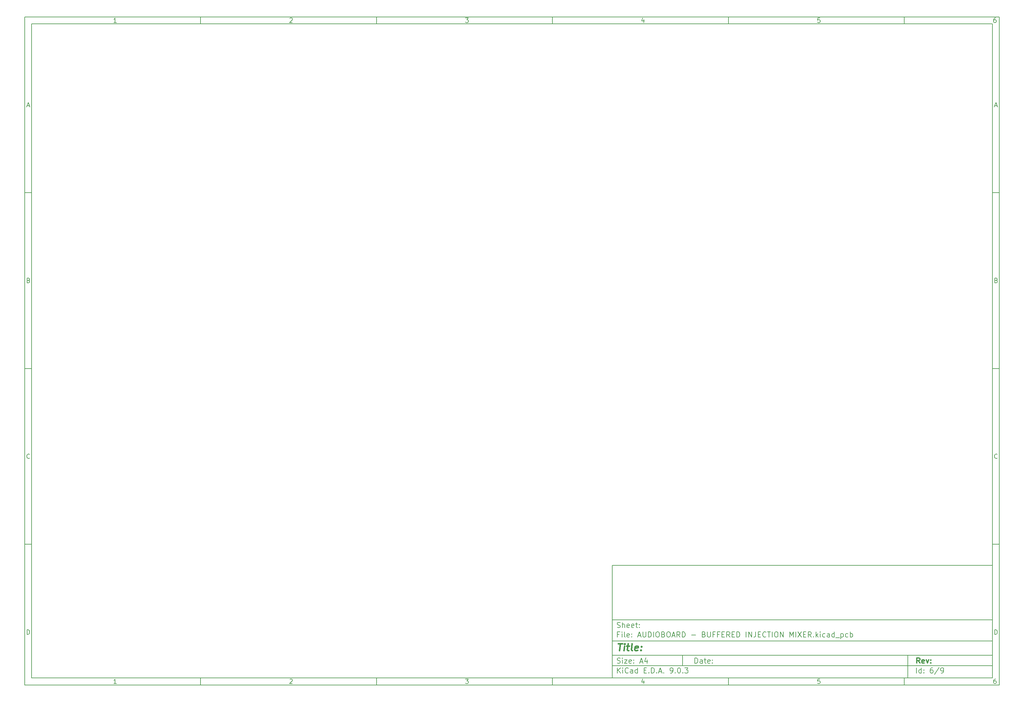
<source format=gbr>
%TF.GenerationSoftware,KiCad,Pcbnew,9.0.3*%
%TF.CreationDate,2025-09-10T01:15:20-07:00*%
%TF.ProjectId,AUDIOBOARD - BUFFERED INJECTION MIXER,41554449-4f42-44f4-9152-44202d204255,rev?*%
%TF.SameCoordinates,Original*%
%TF.FileFunction,Legend,Bot*%
%TF.FilePolarity,Positive*%
%FSLAX46Y46*%
G04 Gerber Fmt 4.6, Leading zero omitted, Abs format (unit mm)*
G04 Created by KiCad (PCBNEW 9.0.3) date 2025-09-10 01:15:20*
%MOMM*%
%LPD*%
G01*
G04 APERTURE LIST*
%ADD10C,0.100000*%
%ADD11C,0.150000*%
%ADD12C,0.300000*%
%ADD13C,0.400000*%
G04 APERTURE END LIST*
D10*
D11*
X177002200Y-166007200D02*
X285002200Y-166007200D01*
X285002200Y-198007200D01*
X177002200Y-198007200D01*
X177002200Y-166007200D01*
D10*
D11*
X10000000Y-10000000D02*
X287002200Y-10000000D01*
X287002200Y-200007200D01*
X10000000Y-200007200D01*
X10000000Y-10000000D01*
D10*
D11*
X12000000Y-12000000D02*
X285002200Y-12000000D01*
X285002200Y-198007200D01*
X12000000Y-198007200D01*
X12000000Y-12000000D01*
D10*
D11*
X60000000Y-12000000D02*
X60000000Y-10000000D01*
D10*
D11*
X110000000Y-12000000D02*
X110000000Y-10000000D01*
D10*
D11*
X160000000Y-12000000D02*
X160000000Y-10000000D01*
D10*
D11*
X210000000Y-12000000D02*
X210000000Y-10000000D01*
D10*
D11*
X260000000Y-12000000D02*
X260000000Y-10000000D01*
D10*
D11*
X36089160Y-11593604D02*
X35346303Y-11593604D01*
X35717731Y-11593604D02*
X35717731Y-10293604D01*
X35717731Y-10293604D02*
X35593922Y-10479319D01*
X35593922Y-10479319D02*
X35470112Y-10603128D01*
X35470112Y-10603128D02*
X35346303Y-10665033D01*
D10*
D11*
X85346303Y-10417414D02*
X85408207Y-10355509D01*
X85408207Y-10355509D02*
X85532017Y-10293604D01*
X85532017Y-10293604D02*
X85841541Y-10293604D01*
X85841541Y-10293604D02*
X85965350Y-10355509D01*
X85965350Y-10355509D02*
X86027255Y-10417414D01*
X86027255Y-10417414D02*
X86089160Y-10541223D01*
X86089160Y-10541223D02*
X86089160Y-10665033D01*
X86089160Y-10665033D02*
X86027255Y-10850747D01*
X86027255Y-10850747D02*
X85284398Y-11593604D01*
X85284398Y-11593604D02*
X86089160Y-11593604D01*
D10*
D11*
X135284398Y-10293604D02*
X136089160Y-10293604D01*
X136089160Y-10293604D02*
X135655826Y-10788842D01*
X135655826Y-10788842D02*
X135841541Y-10788842D01*
X135841541Y-10788842D02*
X135965350Y-10850747D01*
X135965350Y-10850747D02*
X136027255Y-10912652D01*
X136027255Y-10912652D02*
X136089160Y-11036461D01*
X136089160Y-11036461D02*
X136089160Y-11345985D01*
X136089160Y-11345985D02*
X136027255Y-11469795D01*
X136027255Y-11469795D02*
X135965350Y-11531700D01*
X135965350Y-11531700D02*
X135841541Y-11593604D01*
X135841541Y-11593604D02*
X135470112Y-11593604D01*
X135470112Y-11593604D02*
X135346303Y-11531700D01*
X135346303Y-11531700D02*
X135284398Y-11469795D01*
D10*
D11*
X185965350Y-10726938D02*
X185965350Y-11593604D01*
X185655826Y-10231700D02*
X185346303Y-11160271D01*
X185346303Y-11160271D02*
X186151064Y-11160271D01*
D10*
D11*
X236027255Y-10293604D02*
X235408207Y-10293604D01*
X235408207Y-10293604D02*
X235346303Y-10912652D01*
X235346303Y-10912652D02*
X235408207Y-10850747D01*
X235408207Y-10850747D02*
X235532017Y-10788842D01*
X235532017Y-10788842D02*
X235841541Y-10788842D01*
X235841541Y-10788842D02*
X235965350Y-10850747D01*
X235965350Y-10850747D02*
X236027255Y-10912652D01*
X236027255Y-10912652D02*
X236089160Y-11036461D01*
X236089160Y-11036461D02*
X236089160Y-11345985D01*
X236089160Y-11345985D02*
X236027255Y-11469795D01*
X236027255Y-11469795D02*
X235965350Y-11531700D01*
X235965350Y-11531700D02*
X235841541Y-11593604D01*
X235841541Y-11593604D02*
X235532017Y-11593604D01*
X235532017Y-11593604D02*
X235408207Y-11531700D01*
X235408207Y-11531700D02*
X235346303Y-11469795D01*
D10*
D11*
X285965350Y-10293604D02*
X285717731Y-10293604D01*
X285717731Y-10293604D02*
X285593922Y-10355509D01*
X285593922Y-10355509D02*
X285532017Y-10417414D01*
X285532017Y-10417414D02*
X285408207Y-10603128D01*
X285408207Y-10603128D02*
X285346303Y-10850747D01*
X285346303Y-10850747D02*
X285346303Y-11345985D01*
X285346303Y-11345985D02*
X285408207Y-11469795D01*
X285408207Y-11469795D02*
X285470112Y-11531700D01*
X285470112Y-11531700D02*
X285593922Y-11593604D01*
X285593922Y-11593604D02*
X285841541Y-11593604D01*
X285841541Y-11593604D02*
X285965350Y-11531700D01*
X285965350Y-11531700D02*
X286027255Y-11469795D01*
X286027255Y-11469795D02*
X286089160Y-11345985D01*
X286089160Y-11345985D02*
X286089160Y-11036461D01*
X286089160Y-11036461D02*
X286027255Y-10912652D01*
X286027255Y-10912652D02*
X285965350Y-10850747D01*
X285965350Y-10850747D02*
X285841541Y-10788842D01*
X285841541Y-10788842D02*
X285593922Y-10788842D01*
X285593922Y-10788842D02*
X285470112Y-10850747D01*
X285470112Y-10850747D02*
X285408207Y-10912652D01*
X285408207Y-10912652D02*
X285346303Y-11036461D01*
D10*
D11*
X60000000Y-198007200D02*
X60000000Y-200007200D01*
D10*
D11*
X110000000Y-198007200D02*
X110000000Y-200007200D01*
D10*
D11*
X160000000Y-198007200D02*
X160000000Y-200007200D01*
D10*
D11*
X210000000Y-198007200D02*
X210000000Y-200007200D01*
D10*
D11*
X260000000Y-198007200D02*
X260000000Y-200007200D01*
D10*
D11*
X36089160Y-199600804D02*
X35346303Y-199600804D01*
X35717731Y-199600804D02*
X35717731Y-198300804D01*
X35717731Y-198300804D02*
X35593922Y-198486519D01*
X35593922Y-198486519D02*
X35470112Y-198610328D01*
X35470112Y-198610328D02*
X35346303Y-198672233D01*
D10*
D11*
X85346303Y-198424614D02*
X85408207Y-198362709D01*
X85408207Y-198362709D02*
X85532017Y-198300804D01*
X85532017Y-198300804D02*
X85841541Y-198300804D01*
X85841541Y-198300804D02*
X85965350Y-198362709D01*
X85965350Y-198362709D02*
X86027255Y-198424614D01*
X86027255Y-198424614D02*
X86089160Y-198548423D01*
X86089160Y-198548423D02*
X86089160Y-198672233D01*
X86089160Y-198672233D02*
X86027255Y-198857947D01*
X86027255Y-198857947D02*
X85284398Y-199600804D01*
X85284398Y-199600804D02*
X86089160Y-199600804D01*
D10*
D11*
X135284398Y-198300804D02*
X136089160Y-198300804D01*
X136089160Y-198300804D02*
X135655826Y-198796042D01*
X135655826Y-198796042D02*
X135841541Y-198796042D01*
X135841541Y-198796042D02*
X135965350Y-198857947D01*
X135965350Y-198857947D02*
X136027255Y-198919852D01*
X136027255Y-198919852D02*
X136089160Y-199043661D01*
X136089160Y-199043661D02*
X136089160Y-199353185D01*
X136089160Y-199353185D02*
X136027255Y-199476995D01*
X136027255Y-199476995D02*
X135965350Y-199538900D01*
X135965350Y-199538900D02*
X135841541Y-199600804D01*
X135841541Y-199600804D02*
X135470112Y-199600804D01*
X135470112Y-199600804D02*
X135346303Y-199538900D01*
X135346303Y-199538900D02*
X135284398Y-199476995D01*
D10*
D11*
X185965350Y-198734138D02*
X185965350Y-199600804D01*
X185655826Y-198238900D02*
X185346303Y-199167471D01*
X185346303Y-199167471D02*
X186151064Y-199167471D01*
D10*
D11*
X236027255Y-198300804D02*
X235408207Y-198300804D01*
X235408207Y-198300804D02*
X235346303Y-198919852D01*
X235346303Y-198919852D02*
X235408207Y-198857947D01*
X235408207Y-198857947D02*
X235532017Y-198796042D01*
X235532017Y-198796042D02*
X235841541Y-198796042D01*
X235841541Y-198796042D02*
X235965350Y-198857947D01*
X235965350Y-198857947D02*
X236027255Y-198919852D01*
X236027255Y-198919852D02*
X236089160Y-199043661D01*
X236089160Y-199043661D02*
X236089160Y-199353185D01*
X236089160Y-199353185D02*
X236027255Y-199476995D01*
X236027255Y-199476995D02*
X235965350Y-199538900D01*
X235965350Y-199538900D02*
X235841541Y-199600804D01*
X235841541Y-199600804D02*
X235532017Y-199600804D01*
X235532017Y-199600804D02*
X235408207Y-199538900D01*
X235408207Y-199538900D02*
X235346303Y-199476995D01*
D10*
D11*
X285965350Y-198300804D02*
X285717731Y-198300804D01*
X285717731Y-198300804D02*
X285593922Y-198362709D01*
X285593922Y-198362709D02*
X285532017Y-198424614D01*
X285532017Y-198424614D02*
X285408207Y-198610328D01*
X285408207Y-198610328D02*
X285346303Y-198857947D01*
X285346303Y-198857947D02*
X285346303Y-199353185D01*
X285346303Y-199353185D02*
X285408207Y-199476995D01*
X285408207Y-199476995D02*
X285470112Y-199538900D01*
X285470112Y-199538900D02*
X285593922Y-199600804D01*
X285593922Y-199600804D02*
X285841541Y-199600804D01*
X285841541Y-199600804D02*
X285965350Y-199538900D01*
X285965350Y-199538900D02*
X286027255Y-199476995D01*
X286027255Y-199476995D02*
X286089160Y-199353185D01*
X286089160Y-199353185D02*
X286089160Y-199043661D01*
X286089160Y-199043661D02*
X286027255Y-198919852D01*
X286027255Y-198919852D02*
X285965350Y-198857947D01*
X285965350Y-198857947D02*
X285841541Y-198796042D01*
X285841541Y-198796042D02*
X285593922Y-198796042D01*
X285593922Y-198796042D02*
X285470112Y-198857947D01*
X285470112Y-198857947D02*
X285408207Y-198919852D01*
X285408207Y-198919852D02*
X285346303Y-199043661D01*
D10*
D11*
X10000000Y-60000000D02*
X12000000Y-60000000D01*
D10*
D11*
X10000000Y-110000000D02*
X12000000Y-110000000D01*
D10*
D11*
X10000000Y-160000000D02*
X12000000Y-160000000D01*
D10*
D11*
X10690476Y-35222176D02*
X11309523Y-35222176D01*
X10566666Y-35593604D02*
X10999999Y-34293604D01*
X10999999Y-34293604D02*
X11433333Y-35593604D01*
D10*
D11*
X11092857Y-84912652D02*
X11278571Y-84974557D01*
X11278571Y-84974557D02*
X11340476Y-85036461D01*
X11340476Y-85036461D02*
X11402380Y-85160271D01*
X11402380Y-85160271D02*
X11402380Y-85345985D01*
X11402380Y-85345985D02*
X11340476Y-85469795D01*
X11340476Y-85469795D02*
X11278571Y-85531700D01*
X11278571Y-85531700D02*
X11154761Y-85593604D01*
X11154761Y-85593604D02*
X10659523Y-85593604D01*
X10659523Y-85593604D02*
X10659523Y-84293604D01*
X10659523Y-84293604D02*
X11092857Y-84293604D01*
X11092857Y-84293604D02*
X11216666Y-84355509D01*
X11216666Y-84355509D02*
X11278571Y-84417414D01*
X11278571Y-84417414D02*
X11340476Y-84541223D01*
X11340476Y-84541223D02*
X11340476Y-84665033D01*
X11340476Y-84665033D02*
X11278571Y-84788842D01*
X11278571Y-84788842D02*
X11216666Y-84850747D01*
X11216666Y-84850747D02*
X11092857Y-84912652D01*
X11092857Y-84912652D02*
X10659523Y-84912652D01*
D10*
D11*
X11402380Y-135469795D02*
X11340476Y-135531700D01*
X11340476Y-135531700D02*
X11154761Y-135593604D01*
X11154761Y-135593604D02*
X11030952Y-135593604D01*
X11030952Y-135593604D02*
X10845238Y-135531700D01*
X10845238Y-135531700D02*
X10721428Y-135407890D01*
X10721428Y-135407890D02*
X10659523Y-135284080D01*
X10659523Y-135284080D02*
X10597619Y-135036461D01*
X10597619Y-135036461D02*
X10597619Y-134850747D01*
X10597619Y-134850747D02*
X10659523Y-134603128D01*
X10659523Y-134603128D02*
X10721428Y-134479319D01*
X10721428Y-134479319D02*
X10845238Y-134355509D01*
X10845238Y-134355509D02*
X11030952Y-134293604D01*
X11030952Y-134293604D02*
X11154761Y-134293604D01*
X11154761Y-134293604D02*
X11340476Y-134355509D01*
X11340476Y-134355509D02*
X11402380Y-134417414D01*
D10*
D11*
X10659523Y-185593604D02*
X10659523Y-184293604D01*
X10659523Y-184293604D02*
X10969047Y-184293604D01*
X10969047Y-184293604D02*
X11154761Y-184355509D01*
X11154761Y-184355509D02*
X11278571Y-184479319D01*
X11278571Y-184479319D02*
X11340476Y-184603128D01*
X11340476Y-184603128D02*
X11402380Y-184850747D01*
X11402380Y-184850747D02*
X11402380Y-185036461D01*
X11402380Y-185036461D02*
X11340476Y-185284080D01*
X11340476Y-185284080D02*
X11278571Y-185407890D01*
X11278571Y-185407890D02*
X11154761Y-185531700D01*
X11154761Y-185531700D02*
X10969047Y-185593604D01*
X10969047Y-185593604D02*
X10659523Y-185593604D01*
D10*
D11*
X287002200Y-60000000D02*
X285002200Y-60000000D01*
D10*
D11*
X287002200Y-110000000D02*
X285002200Y-110000000D01*
D10*
D11*
X287002200Y-160000000D02*
X285002200Y-160000000D01*
D10*
D11*
X285692676Y-35222176D02*
X286311723Y-35222176D01*
X285568866Y-35593604D02*
X286002199Y-34293604D01*
X286002199Y-34293604D02*
X286435533Y-35593604D01*
D10*
D11*
X286095057Y-84912652D02*
X286280771Y-84974557D01*
X286280771Y-84974557D02*
X286342676Y-85036461D01*
X286342676Y-85036461D02*
X286404580Y-85160271D01*
X286404580Y-85160271D02*
X286404580Y-85345985D01*
X286404580Y-85345985D02*
X286342676Y-85469795D01*
X286342676Y-85469795D02*
X286280771Y-85531700D01*
X286280771Y-85531700D02*
X286156961Y-85593604D01*
X286156961Y-85593604D02*
X285661723Y-85593604D01*
X285661723Y-85593604D02*
X285661723Y-84293604D01*
X285661723Y-84293604D02*
X286095057Y-84293604D01*
X286095057Y-84293604D02*
X286218866Y-84355509D01*
X286218866Y-84355509D02*
X286280771Y-84417414D01*
X286280771Y-84417414D02*
X286342676Y-84541223D01*
X286342676Y-84541223D02*
X286342676Y-84665033D01*
X286342676Y-84665033D02*
X286280771Y-84788842D01*
X286280771Y-84788842D02*
X286218866Y-84850747D01*
X286218866Y-84850747D02*
X286095057Y-84912652D01*
X286095057Y-84912652D02*
X285661723Y-84912652D01*
D10*
D11*
X286404580Y-135469795D02*
X286342676Y-135531700D01*
X286342676Y-135531700D02*
X286156961Y-135593604D01*
X286156961Y-135593604D02*
X286033152Y-135593604D01*
X286033152Y-135593604D02*
X285847438Y-135531700D01*
X285847438Y-135531700D02*
X285723628Y-135407890D01*
X285723628Y-135407890D02*
X285661723Y-135284080D01*
X285661723Y-135284080D02*
X285599819Y-135036461D01*
X285599819Y-135036461D02*
X285599819Y-134850747D01*
X285599819Y-134850747D02*
X285661723Y-134603128D01*
X285661723Y-134603128D02*
X285723628Y-134479319D01*
X285723628Y-134479319D02*
X285847438Y-134355509D01*
X285847438Y-134355509D02*
X286033152Y-134293604D01*
X286033152Y-134293604D02*
X286156961Y-134293604D01*
X286156961Y-134293604D02*
X286342676Y-134355509D01*
X286342676Y-134355509D02*
X286404580Y-134417414D01*
D10*
D11*
X285661723Y-185593604D02*
X285661723Y-184293604D01*
X285661723Y-184293604D02*
X285971247Y-184293604D01*
X285971247Y-184293604D02*
X286156961Y-184355509D01*
X286156961Y-184355509D02*
X286280771Y-184479319D01*
X286280771Y-184479319D02*
X286342676Y-184603128D01*
X286342676Y-184603128D02*
X286404580Y-184850747D01*
X286404580Y-184850747D02*
X286404580Y-185036461D01*
X286404580Y-185036461D02*
X286342676Y-185284080D01*
X286342676Y-185284080D02*
X286280771Y-185407890D01*
X286280771Y-185407890D02*
X286156961Y-185531700D01*
X286156961Y-185531700D02*
X285971247Y-185593604D01*
X285971247Y-185593604D02*
X285661723Y-185593604D01*
D10*
D11*
X200458026Y-193793328D02*
X200458026Y-192293328D01*
X200458026Y-192293328D02*
X200815169Y-192293328D01*
X200815169Y-192293328D02*
X201029455Y-192364757D01*
X201029455Y-192364757D02*
X201172312Y-192507614D01*
X201172312Y-192507614D02*
X201243741Y-192650471D01*
X201243741Y-192650471D02*
X201315169Y-192936185D01*
X201315169Y-192936185D02*
X201315169Y-193150471D01*
X201315169Y-193150471D02*
X201243741Y-193436185D01*
X201243741Y-193436185D02*
X201172312Y-193579042D01*
X201172312Y-193579042D02*
X201029455Y-193721900D01*
X201029455Y-193721900D02*
X200815169Y-193793328D01*
X200815169Y-193793328D02*
X200458026Y-193793328D01*
X202600884Y-193793328D02*
X202600884Y-193007614D01*
X202600884Y-193007614D02*
X202529455Y-192864757D01*
X202529455Y-192864757D02*
X202386598Y-192793328D01*
X202386598Y-192793328D02*
X202100884Y-192793328D01*
X202100884Y-192793328D02*
X201958026Y-192864757D01*
X202600884Y-193721900D02*
X202458026Y-193793328D01*
X202458026Y-193793328D02*
X202100884Y-193793328D01*
X202100884Y-193793328D02*
X201958026Y-193721900D01*
X201958026Y-193721900D02*
X201886598Y-193579042D01*
X201886598Y-193579042D02*
X201886598Y-193436185D01*
X201886598Y-193436185D02*
X201958026Y-193293328D01*
X201958026Y-193293328D02*
X202100884Y-193221900D01*
X202100884Y-193221900D02*
X202458026Y-193221900D01*
X202458026Y-193221900D02*
X202600884Y-193150471D01*
X203100884Y-192793328D02*
X203672312Y-192793328D01*
X203315169Y-192293328D02*
X203315169Y-193579042D01*
X203315169Y-193579042D02*
X203386598Y-193721900D01*
X203386598Y-193721900D02*
X203529455Y-193793328D01*
X203529455Y-193793328D02*
X203672312Y-193793328D01*
X204743741Y-193721900D02*
X204600884Y-193793328D01*
X204600884Y-193793328D02*
X204315170Y-193793328D01*
X204315170Y-193793328D02*
X204172312Y-193721900D01*
X204172312Y-193721900D02*
X204100884Y-193579042D01*
X204100884Y-193579042D02*
X204100884Y-193007614D01*
X204100884Y-193007614D02*
X204172312Y-192864757D01*
X204172312Y-192864757D02*
X204315170Y-192793328D01*
X204315170Y-192793328D02*
X204600884Y-192793328D01*
X204600884Y-192793328D02*
X204743741Y-192864757D01*
X204743741Y-192864757D02*
X204815170Y-193007614D01*
X204815170Y-193007614D02*
X204815170Y-193150471D01*
X204815170Y-193150471D02*
X204100884Y-193293328D01*
X205458026Y-193650471D02*
X205529455Y-193721900D01*
X205529455Y-193721900D02*
X205458026Y-193793328D01*
X205458026Y-193793328D02*
X205386598Y-193721900D01*
X205386598Y-193721900D02*
X205458026Y-193650471D01*
X205458026Y-193650471D02*
X205458026Y-193793328D01*
X205458026Y-192864757D02*
X205529455Y-192936185D01*
X205529455Y-192936185D02*
X205458026Y-193007614D01*
X205458026Y-193007614D02*
X205386598Y-192936185D01*
X205386598Y-192936185D02*
X205458026Y-192864757D01*
X205458026Y-192864757D02*
X205458026Y-193007614D01*
D10*
D11*
X177002200Y-194507200D02*
X285002200Y-194507200D01*
D10*
D11*
X178458026Y-196593328D02*
X178458026Y-195093328D01*
X179315169Y-196593328D02*
X178672312Y-195736185D01*
X179315169Y-195093328D02*
X178458026Y-195950471D01*
X179958026Y-196593328D02*
X179958026Y-195593328D01*
X179958026Y-195093328D02*
X179886598Y-195164757D01*
X179886598Y-195164757D02*
X179958026Y-195236185D01*
X179958026Y-195236185D02*
X180029455Y-195164757D01*
X180029455Y-195164757D02*
X179958026Y-195093328D01*
X179958026Y-195093328D02*
X179958026Y-195236185D01*
X181529455Y-196450471D02*
X181458027Y-196521900D01*
X181458027Y-196521900D02*
X181243741Y-196593328D01*
X181243741Y-196593328D02*
X181100884Y-196593328D01*
X181100884Y-196593328D02*
X180886598Y-196521900D01*
X180886598Y-196521900D02*
X180743741Y-196379042D01*
X180743741Y-196379042D02*
X180672312Y-196236185D01*
X180672312Y-196236185D02*
X180600884Y-195950471D01*
X180600884Y-195950471D02*
X180600884Y-195736185D01*
X180600884Y-195736185D02*
X180672312Y-195450471D01*
X180672312Y-195450471D02*
X180743741Y-195307614D01*
X180743741Y-195307614D02*
X180886598Y-195164757D01*
X180886598Y-195164757D02*
X181100884Y-195093328D01*
X181100884Y-195093328D02*
X181243741Y-195093328D01*
X181243741Y-195093328D02*
X181458027Y-195164757D01*
X181458027Y-195164757D02*
X181529455Y-195236185D01*
X182815170Y-196593328D02*
X182815170Y-195807614D01*
X182815170Y-195807614D02*
X182743741Y-195664757D01*
X182743741Y-195664757D02*
X182600884Y-195593328D01*
X182600884Y-195593328D02*
X182315170Y-195593328D01*
X182315170Y-195593328D02*
X182172312Y-195664757D01*
X182815170Y-196521900D02*
X182672312Y-196593328D01*
X182672312Y-196593328D02*
X182315170Y-196593328D01*
X182315170Y-196593328D02*
X182172312Y-196521900D01*
X182172312Y-196521900D02*
X182100884Y-196379042D01*
X182100884Y-196379042D02*
X182100884Y-196236185D01*
X182100884Y-196236185D02*
X182172312Y-196093328D01*
X182172312Y-196093328D02*
X182315170Y-196021900D01*
X182315170Y-196021900D02*
X182672312Y-196021900D01*
X182672312Y-196021900D02*
X182815170Y-195950471D01*
X184172313Y-196593328D02*
X184172313Y-195093328D01*
X184172313Y-196521900D02*
X184029455Y-196593328D01*
X184029455Y-196593328D02*
X183743741Y-196593328D01*
X183743741Y-196593328D02*
X183600884Y-196521900D01*
X183600884Y-196521900D02*
X183529455Y-196450471D01*
X183529455Y-196450471D02*
X183458027Y-196307614D01*
X183458027Y-196307614D02*
X183458027Y-195879042D01*
X183458027Y-195879042D02*
X183529455Y-195736185D01*
X183529455Y-195736185D02*
X183600884Y-195664757D01*
X183600884Y-195664757D02*
X183743741Y-195593328D01*
X183743741Y-195593328D02*
X184029455Y-195593328D01*
X184029455Y-195593328D02*
X184172313Y-195664757D01*
X186029455Y-195807614D02*
X186529455Y-195807614D01*
X186743741Y-196593328D02*
X186029455Y-196593328D01*
X186029455Y-196593328D02*
X186029455Y-195093328D01*
X186029455Y-195093328D02*
X186743741Y-195093328D01*
X187386598Y-196450471D02*
X187458027Y-196521900D01*
X187458027Y-196521900D02*
X187386598Y-196593328D01*
X187386598Y-196593328D02*
X187315170Y-196521900D01*
X187315170Y-196521900D02*
X187386598Y-196450471D01*
X187386598Y-196450471D02*
X187386598Y-196593328D01*
X188100884Y-196593328D02*
X188100884Y-195093328D01*
X188100884Y-195093328D02*
X188458027Y-195093328D01*
X188458027Y-195093328D02*
X188672313Y-195164757D01*
X188672313Y-195164757D02*
X188815170Y-195307614D01*
X188815170Y-195307614D02*
X188886599Y-195450471D01*
X188886599Y-195450471D02*
X188958027Y-195736185D01*
X188958027Y-195736185D02*
X188958027Y-195950471D01*
X188958027Y-195950471D02*
X188886599Y-196236185D01*
X188886599Y-196236185D02*
X188815170Y-196379042D01*
X188815170Y-196379042D02*
X188672313Y-196521900D01*
X188672313Y-196521900D02*
X188458027Y-196593328D01*
X188458027Y-196593328D02*
X188100884Y-196593328D01*
X189600884Y-196450471D02*
X189672313Y-196521900D01*
X189672313Y-196521900D02*
X189600884Y-196593328D01*
X189600884Y-196593328D02*
X189529456Y-196521900D01*
X189529456Y-196521900D02*
X189600884Y-196450471D01*
X189600884Y-196450471D02*
X189600884Y-196593328D01*
X190243742Y-196164757D02*
X190958028Y-196164757D01*
X190100885Y-196593328D02*
X190600885Y-195093328D01*
X190600885Y-195093328D02*
X191100885Y-196593328D01*
X191600884Y-196450471D02*
X191672313Y-196521900D01*
X191672313Y-196521900D02*
X191600884Y-196593328D01*
X191600884Y-196593328D02*
X191529456Y-196521900D01*
X191529456Y-196521900D02*
X191600884Y-196450471D01*
X191600884Y-196450471D02*
X191600884Y-196593328D01*
X193529456Y-196593328D02*
X193815170Y-196593328D01*
X193815170Y-196593328D02*
X193958027Y-196521900D01*
X193958027Y-196521900D02*
X194029456Y-196450471D01*
X194029456Y-196450471D02*
X194172313Y-196236185D01*
X194172313Y-196236185D02*
X194243742Y-195950471D01*
X194243742Y-195950471D02*
X194243742Y-195379042D01*
X194243742Y-195379042D02*
X194172313Y-195236185D01*
X194172313Y-195236185D02*
X194100885Y-195164757D01*
X194100885Y-195164757D02*
X193958027Y-195093328D01*
X193958027Y-195093328D02*
X193672313Y-195093328D01*
X193672313Y-195093328D02*
X193529456Y-195164757D01*
X193529456Y-195164757D02*
X193458027Y-195236185D01*
X193458027Y-195236185D02*
X193386599Y-195379042D01*
X193386599Y-195379042D02*
X193386599Y-195736185D01*
X193386599Y-195736185D02*
X193458027Y-195879042D01*
X193458027Y-195879042D02*
X193529456Y-195950471D01*
X193529456Y-195950471D02*
X193672313Y-196021900D01*
X193672313Y-196021900D02*
X193958027Y-196021900D01*
X193958027Y-196021900D02*
X194100885Y-195950471D01*
X194100885Y-195950471D02*
X194172313Y-195879042D01*
X194172313Y-195879042D02*
X194243742Y-195736185D01*
X194886598Y-196450471D02*
X194958027Y-196521900D01*
X194958027Y-196521900D02*
X194886598Y-196593328D01*
X194886598Y-196593328D02*
X194815170Y-196521900D01*
X194815170Y-196521900D02*
X194886598Y-196450471D01*
X194886598Y-196450471D02*
X194886598Y-196593328D01*
X195886599Y-195093328D02*
X196029456Y-195093328D01*
X196029456Y-195093328D02*
X196172313Y-195164757D01*
X196172313Y-195164757D02*
X196243742Y-195236185D01*
X196243742Y-195236185D02*
X196315170Y-195379042D01*
X196315170Y-195379042D02*
X196386599Y-195664757D01*
X196386599Y-195664757D02*
X196386599Y-196021900D01*
X196386599Y-196021900D02*
X196315170Y-196307614D01*
X196315170Y-196307614D02*
X196243742Y-196450471D01*
X196243742Y-196450471D02*
X196172313Y-196521900D01*
X196172313Y-196521900D02*
X196029456Y-196593328D01*
X196029456Y-196593328D02*
X195886599Y-196593328D01*
X195886599Y-196593328D02*
X195743742Y-196521900D01*
X195743742Y-196521900D02*
X195672313Y-196450471D01*
X195672313Y-196450471D02*
X195600884Y-196307614D01*
X195600884Y-196307614D02*
X195529456Y-196021900D01*
X195529456Y-196021900D02*
X195529456Y-195664757D01*
X195529456Y-195664757D02*
X195600884Y-195379042D01*
X195600884Y-195379042D02*
X195672313Y-195236185D01*
X195672313Y-195236185D02*
X195743742Y-195164757D01*
X195743742Y-195164757D02*
X195886599Y-195093328D01*
X197029455Y-196450471D02*
X197100884Y-196521900D01*
X197100884Y-196521900D02*
X197029455Y-196593328D01*
X197029455Y-196593328D02*
X196958027Y-196521900D01*
X196958027Y-196521900D02*
X197029455Y-196450471D01*
X197029455Y-196450471D02*
X197029455Y-196593328D01*
X197600884Y-195093328D02*
X198529456Y-195093328D01*
X198529456Y-195093328D02*
X198029456Y-195664757D01*
X198029456Y-195664757D02*
X198243741Y-195664757D01*
X198243741Y-195664757D02*
X198386599Y-195736185D01*
X198386599Y-195736185D02*
X198458027Y-195807614D01*
X198458027Y-195807614D02*
X198529456Y-195950471D01*
X198529456Y-195950471D02*
X198529456Y-196307614D01*
X198529456Y-196307614D02*
X198458027Y-196450471D01*
X198458027Y-196450471D02*
X198386599Y-196521900D01*
X198386599Y-196521900D02*
X198243741Y-196593328D01*
X198243741Y-196593328D02*
X197815170Y-196593328D01*
X197815170Y-196593328D02*
X197672313Y-196521900D01*
X197672313Y-196521900D02*
X197600884Y-196450471D01*
D10*
D11*
X177002200Y-191507200D02*
X285002200Y-191507200D01*
D10*
D12*
X264413853Y-193785528D02*
X263913853Y-193071242D01*
X263556710Y-193785528D02*
X263556710Y-192285528D01*
X263556710Y-192285528D02*
X264128139Y-192285528D01*
X264128139Y-192285528D02*
X264270996Y-192356957D01*
X264270996Y-192356957D02*
X264342425Y-192428385D01*
X264342425Y-192428385D02*
X264413853Y-192571242D01*
X264413853Y-192571242D02*
X264413853Y-192785528D01*
X264413853Y-192785528D02*
X264342425Y-192928385D01*
X264342425Y-192928385D02*
X264270996Y-192999814D01*
X264270996Y-192999814D02*
X264128139Y-193071242D01*
X264128139Y-193071242D02*
X263556710Y-193071242D01*
X265628139Y-193714100D02*
X265485282Y-193785528D01*
X265485282Y-193785528D02*
X265199568Y-193785528D01*
X265199568Y-193785528D02*
X265056710Y-193714100D01*
X265056710Y-193714100D02*
X264985282Y-193571242D01*
X264985282Y-193571242D02*
X264985282Y-192999814D01*
X264985282Y-192999814D02*
X265056710Y-192856957D01*
X265056710Y-192856957D02*
X265199568Y-192785528D01*
X265199568Y-192785528D02*
X265485282Y-192785528D01*
X265485282Y-192785528D02*
X265628139Y-192856957D01*
X265628139Y-192856957D02*
X265699568Y-192999814D01*
X265699568Y-192999814D02*
X265699568Y-193142671D01*
X265699568Y-193142671D02*
X264985282Y-193285528D01*
X266199567Y-192785528D02*
X266556710Y-193785528D01*
X266556710Y-193785528D02*
X266913853Y-192785528D01*
X267485281Y-193642671D02*
X267556710Y-193714100D01*
X267556710Y-193714100D02*
X267485281Y-193785528D01*
X267485281Y-193785528D02*
X267413853Y-193714100D01*
X267413853Y-193714100D02*
X267485281Y-193642671D01*
X267485281Y-193642671D02*
X267485281Y-193785528D01*
X267485281Y-192856957D02*
X267556710Y-192928385D01*
X267556710Y-192928385D02*
X267485281Y-192999814D01*
X267485281Y-192999814D02*
X267413853Y-192928385D01*
X267413853Y-192928385D02*
X267485281Y-192856957D01*
X267485281Y-192856957D02*
X267485281Y-192999814D01*
D10*
D11*
X178386598Y-193721900D02*
X178600884Y-193793328D01*
X178600884Y-193793328D02*
X178958026Y-193793328D01*
X178958026Y-193793328D02*
X179100884Y-193721900D01*
X179100884Y-193721900D02*
X179172312Y-193650471D01*
X179172312Y-193650471D02*
X179243741Y-193507614D01*
X179243741Y-193507614D02*
X179243741Y-193364757D01*
X179243741Y-193364757D02*
X179172312Y-193221900D01*
X179172312Y-193221900D02*
X179100884Y-193150471D01*
X179100884Y-193150471D02*
X178958026Y-193079042D01*
X178958026Y-193079042D02*
X178672312Y-193007614D01*
X178672312Y-193007614D02*
X178529455Y-192936185D01*
X178529455Y-192936185D02*
X178458026Y-192864757D01*
X178458026Y-192864757D02*
X178386598Y-192721900D01*
X178386598Y-192721900D02*
X178386598Y-192579042D01*
X178386598Y-192579042D02*
X178458026Y-192436185D01*
X178458026Y-192436185D02*
X178529455Y-192364757D01*
X178529455Y-192364757D02*
X178672312Y-192293328D01*
X178672312Y-192293328D02*
X179029455Y-192293328D01*
X179029455Y-192293328D02*
X179243741Y-192364757D01*
X179886597Y-193793328D02*
X179886597Y-192793328D01*
X179886597Y-192293328D02*
X179815169Y-192364757D01*
X179815169Y-192364757D02*
X179886597Y-192436185D01*
X179886597Y-192436185D02*
X179958026Y-192364757D01*
X179958026Y-192364757D02*
X179886597Y-192293328D01*
X179886597Y-192293328D02*
X179886597Y-192436185D01*
X180458026Y-192793328D02*
X181243741Y-192793328D01*
X181243741Y-192793328D02*
X180458026Y-193793328D01*
X180458026Y-193793328D02*
X181243741Y-193793328D01*
X182386598Y-193721900D02*
X182243741Y-193793328D01*
X182243741Y-193793328D02*
X181958027Y-193793328D01*
X181958027Y-193793328D02*
X181815169Y-193721900D01*
X181815169Y-193721900D02*
X181743741Y-193579042D01*
X181743741Y-193579042D02*
X181743741Y-193007614D01*
X181743741Y-193007614D02*
X181815169Y-192864757D01*
X181815169Y-192864757D02*
X181958027Y-192793328D01*
X181958027Y-192793328D02*
X182243741Y-192793328D01*
X182243741Y-192793328D02*
X182386598Y-192864757D01*
X182386598Y-192864757D02*
X182458027Y-193007614D01*
X182458027Y-193007614D02*
X182458027Y-193150471D01*
X182458027Y-193150471D02*
X181743741Y-193293328D01*
X183100883Y-193650471D02*
X183172312Y-193721900D01*
X183172312Y-193721900D02*
X183100883Y-193793328D01*
X183100883Y-193793328D02*
X183029455Y-193721900D01*
X183029455Y-193721900D02*
X183100883Y-193650471D01*
X183100883Y-193650471D02*
X183100883Y-193793328D01*
X183100883Y-192864757D02*
X183172312Y-192936185D01*
X183172312Y-192936185D02*
X183100883Y-193007614D01*
X183100883Y-193007614D02*
X183029455Y-192936185D01*
X183029455Y-192936185D02*
X183100883Y-192864757D01*
X183100883Y-192864757D02*
X183100883Y-193007614D01*
X184886598Y-193364757D02*
X185600884Y-193364757D01*
X184743741Y-193793328D02*
X185243741Y-192293328D01*
X185243741Y-192293328D02*
X185743741Y-193793328D01*
X186886598Y-192793328D02*
X186886598Y-193793328D01*
X186529455Y-192221900D02*
X186172312Y-193293328D01*
X186172312Y-193293328D02*
X187100883Y-193293328D01*
D10*
D11*
X263458026Y-196593328D02*
X263458026Y-195093328D01*
X264815170Y-196593328D02*
X264815170Y-195093328D01*
X264815170Y-196521900D02*
X264672312Y-196593328D01*
X264672312Y-196593328D02*
X264386598Y-196593328D01*
X264386598Y-196593328D02*
X264243741Y-196521900D01*
X264243741Y-196521900D02*
X264172312Y-196450471D01*
X264172312Y-196450471D02*
X264100884Y-196307614D01*
X264100884Y-196307614D02*
X264100884Y-195879042D01*
X264100884Y-195879042D02*
X264172312Y-195736185D01*
X264172312Y-195736185D02*
X264243741Y-195664757D01*
X264243741Y-195664757D02*
X264386598Y-195593328D01*
X264386598Y-195593328D02*
X264672312Y-195593328D01*
X264672312Y-195593328D02*
X264815170Y-195664757D01*
X265529455Y-196450471D02*
X265600884Y-196521900D01*
X265600884Y-196521900D02*
X265529455Y-196593328D01*
X265529455Y-196593328D02*
X265458027Y-196521900D01*
X265458027Y-196521900D02*
X265529455Y-196450471D01*
X265529455Y-196450471D02*
X265529455Y-196593328D01*
X265529455Y-195664757D02*
X265600884Y-195736185D01*
X265600884Y-195736185D02*
X265529455Y-195807614D01*
X265529455Y-195807614D02*
X265458027Y-195736185D01*
X265458027Y-195736185D02*
X265529455Y-195664757D01*
X265529455Y-195664757D02*
X265529455Y-195807614D01*
X268029456Y-195093328D02*
X267743741Y-195093328D01*
X267743741Y-195093328D02*
X267600884Y-195164757D01*
X267600884Y-195164757D02*
X267529456Y-195236185D01*
X267529456Y-195236185D02*
X267386598Y-195450471D01*
X267386598Y-195450471D02*
X267315170Y-195736185D01*
X267315170Y-195736185D02*
X267315170Y-196307614D01*
X267315170Y-196307614D02*
X267386598Y-196450471D01*
X267386598Y-196450471D02*
X267458027Y-196521900D01*
X267458027Y-196521900D02*
X267600884Y-196593328D01*
X267600884Y-196593328D02*
X267886598Y-196593328D01*
X267886598Y-196593328D02*
X268029456Y-196521900D01*
X268029456Y-196521900D02*
X268100884Y-196450471D01*
X268100884Y-196450471D02*
X268172313Y-196307614D01*
X268172313Y-196307614D02*
X268172313Y-195950471D01*
X268172313Y-195950471D02*
X268100884Y-195807614D01*
X268100884Y-195807614D02*
X268029456Y-195736185D01*
X268029456Y-195736185D02*
X267886598Y-195664757D01*
X267886598Y-195664757D02*
X267600884Y-195664757D01*
X267600884Y-195664757D02*
X267458027Y-195736185D01*
X267458027Y-195736185D02*
X267386598Y-195807614D01*
X267386598Y-195807614D02*
X267315170Y-195950471D01*
X269886598Y-195021900D02*
X268600884Y-196950471D01*
X270458027Y-196593328D02*
X270743741Y-196593328D01*
X270743741Y-196593328D02*
X270886598Y-196521900D01*
X270886598Y-196521900D02*
X270958027Y-196450471D01*
X270958027Y-196450471D02*
X271100884Y-196236185D01*
X271100884Y-196236185D02*
X271172313Y-195950471D01*
X271172313Y-195950471D02*
X271172313Y-195379042D01*
X271172313Y-195379042D02*
X271100884Y-195236185D01*
X271100884Y-195236185D02*
X271029456Y-195164757D01*
X271029456Y-195164757D02*
X270886598Y-195093328D01*
X270886598Y-195093328D02*
X270600884Y-195093328D01*
X270600884Y-195093328D02*
X270458027Y-195164757D01*
X270458027Y-195164757D02*
X270386598Y-195236185D01*
X270386598Y-195236185D02*
X270315170Y-195379042D01*
X270315170Y-195379042D02*
X270315170Y-195736185D01*
X270315170Y-195736185D02*
X270386598Y-195879042D01*
X270386598Y-195879042D02*
X270458027Y-195950471D01*
X270458027Y-195950471D02*
X270600884Y-196021900D01*
X270600884Y-196021900D02*
X270886598Y-196021900D01*
X270886598Y-196021900D02*
X271029456Y-195950471D01*
X271029456Y-195950471D02*
X271100884Y-195879042D01*
X271100884Y-195879042D02*
X271172313Y-195736185D01*
D10*
D11*
X177002200Y-187507200D02*
X285002200Y-187507200D01*
D10*
D13*
X178693928Y-188211638D02*
X179836785Y-188211638D01*
X179015357Y-190211638D02*
X179265357Y-188211638D01*
X180253452Y-190211638D02*
X180420119Y-188878304D01*
X180503452Y-188211638D02*
X180396309Y-188306876D01*
X180396309Y-188306876D02*
X180479643Y-188402114D01*
X180479643Y-188402114D02*
X180586786Y-188306876D01*
X180586786Y-188306876D02*
X180503452Y-188211638D01*
X180503452Y-188211638D02*
X180479643Y-188402114D01*
X181086786Y-188878304D02*
X181848690Y-188878304D01*
X181455833Y-188211638D02*
X181241548Y-189925923D01*
X181241548Y-189925923D02*
X181312976Y-190116400D01*
X181312976Y-190116400D02*
X181491548Y-190211638D01*
X181491548Y-190211638D02*
X181682024Y-190211638D01*
X182634405Y-190211638D02*
X182455833Y-190116400D01*
X182455833Y-190116400D02*
X182384405Y-189925923D01*
X182384405Y-189925923D02*
X182598690Y-188211638D01*
X184170119Y-190116400D02*
X183967738Y-190211638D01*
X183967738Y-190211638D02*
X183586785Y-190211638D01*
X183586785Y-190211638D02*
X183408214Y-190116400D01*
X183408214Y-190116400D02*
X183336785Y-189925923D01*
X183336785Y-189925923D02*
X183432024Y-189164019D01*
X183432024Y-189164019D02*
X183551071Y-188973542D01*
X183551071Y-188973542D02*
X183753452Y-188878304D01*
X183753452Y-188878304D02*
X184134404Y-188878304D01*
X184134404Y-188878304D02*
X184312976Y-188973542D01*
X184312976Y-188973542D02*
X184384404Y-189164019D01*
X184384404Y-189164019D02*
X184360595Y-189354495D01*
X184360595Y-189354495D02*
X183384404Y-189544971D01*
X185134405Y-190021161D02*
X185217738Y-190116400D01*
X185217738Y-190116400D02*
X185110595Y-190211638D01*
X185110595Y-190211638D02*
X185027262Y-190116400D01*
X185027262Y-190116400D02*
X185134405Y-190021161D01*
X185134405Y-190021161D02*
X185110595Y-190211638D01*
X185265357Y-188973542D02*
X185348690Y-189068780D01*
X185348690Y-189068780D02*
X185241548Y-189164019D01*
X185241548Y-189164019D02*
X185158214Y-189068780D01*
X185158214Y-189068780D02*
X185265357Y-188973542D01*
X185265357Y-188973542D02*
X185241548Y-189164019D01*
D10*
D11*
X178958026Y-185607614D02*
X178458026Y-185607614D01*
X178458026Y-186393328D02*
X178458026Y-184893328D01*
X178458026Y-184893328D02*
X179172312Y-184893328D01*
X179743740Y-186393328D02*
X179743740Y-185393328D01*
X179743740Y-184893328D02*
X179672312Y-184964757D01*
X179672312Y-184964757D02*
X179743740Y-185036185D01*
X179743740Y-185036185D02*
X179815169Y-184964757D01*
X179815169Y-184964757D02*
X179743740Y-184893328D01*
X179743740Y-184893328D02*
X179743740Y-185036185D01*
X180672312Y-186393328D02*
X180529455Y-186321900D01*
X180529455Y-186321900D02*
X180458026Y-186179042D01*
X180458026Y-186179042D02*
X180458026Y-184893328D01*
X181815169Y-186321900D02*
X181672312Y-186393328D01*
X181672312Y-186393328D02*
X181386598Y-186393328D01*
X181386598Y-186393328D02*
X181243740Y-186321900D01*
X181243740Y-186321900D02*
X181172312Y-186179042D01*
X181172312Y-186179042D02*
X181172312Y-185607614D01*
X181172312Y-185607614D02*
X181243740Y-185464757D01*
X181243740Y-185464757D02*
X181386598Y-185393328D01*
X181386598Y-185393328D02*
X181672312Y-185393328D01*
X181672312Y-185393328D02*
X181815169Y-185464757D01*
X181815169Y-185464757D02*
X181886598Y-185607614D01*
X181886598Y-185607614D02*
X181886598Y-185750471D01*
X181886598Y-185750471D02*
X181172312Y-185893328D01*
X182529454Y-186250471D02*
X182600883Y-186321900D01*
X182600883Y-186321900D02*
X182529454Y-186393328D01*
X182529454Y-186393328D02*
X182458026Y-186321900D01*
X182458026Y-186321900D02*
X182529454Y-186250471D01*
X182529454Y-186250471D02*
X182529454Y-186393328D01*
X182529454Y-185464757D02*
X182600883Y-185536185D01*
X182600883Y-185536185D02*
X182529454Y-185607614D01*
X182529454Y-185607614D02*
X182458026Y-185536185D01*
X182458026Y-185536185D02*
X182529454Y-185464757D01*
X182529454Y-185464757D02*
X182529454Y-185607614D01*
X184315169Y-185964757D02*
X185029455Y-185964757D01*
X184172312Y-186393328D02*
X184672312Y-184893328D01*
X184672312Y-184893328D02*
X185172312Y-186393328D01*
X185672311Y-184893328D02*
X185672311Y-186107614D01*
X185672311Y-186107614D02*
X185743740Y-186250471D01*
X185743740Y-186250471D02*
X185815169Y-186321900D01*
X185815169Y-186321900D02*
X185958026Y-186393328D01*
X185958026Y-186393328D02*
X186243740Y-186393328D01*
X186243740Y-186393328D02*
X186386597Y-186321900D01*
X186386597Y-186321900D02*
X186458026Y-186250471D01*
X186458026Y-186250471D02*
X186529454Y-186107614D01*
X186529454Y-186107614D02*
X186529454Y-184893328D01*
X187243740Y-186393328D02*
X187243740Y-184893328D01*
X187243740Y-184893328D02*
X187600883Y-184893328D01*
X187600883Y-184893328D02*
X187815169Y-184964757D01*
X187815169Y-184964757D02*
X187958026Y-185107614D01*
X187958026Y-185107614D02*
X188029455Y-185250471D01*
X188029455Y-185250471D02*
X188100883Y-185536185D01*
X188100883Y-185536185D02*
X188100883Y-185750471D01*
X188100883Y-185750471D02*
X188029455Y-186036185D01*
X188029455Y-186036185D02*
X187958026Y-186179042D01*
X187958026Y-186179042D02*
X187815169Y-186321900D01*
X187815169Y-186321900D02*
X187600883Y-186393328D01*
X187600883Y-186393328D02*
X187243740Y-186393328D01*
X188743740Y-186393328D02*
X188743740Y-184893328D01*
X189743741Y-184893328D02*
X190029455Y-184893328D01*
X190029455Y-184893328D02*
X190172312Y-184964757D01*
X190172312Y-184964757D02*
X190315169Y-185107614D01*
X190315169Y-185107614D02*
X190386598Y-185393328D01*
X190386598Y-185393328D02*
X190386598Y-185893328D01*
X190386598Y-185893328D02*
X190315169Y-186179042D01*
X190315169Y-186179042D02*
X190172312Y-186321900D01*
X190172312Y-186321900D02*
X190029455Y-186393328D01*
X190029455Y-186393328D02*
X189743741Y-186393328D01*
X189743741Y-186393328D02*
X189600884Y-186321900D01*
X189600884Y-186321900D02*
X189458026Y-186179042D01*
X189458026Y-186179042D02*
X189386598Y-185893328D01*
X189386598Y-185893328D02*
X189386598Y-185393328D01*
X189386598Y-185393328D02*
X189458026Y-185107614D01*
X189458026Y-185107614D02*
X189600884Y-184964757D01*
X189600884Y-184964757D02*
X189743741Y-184893328D01*
X191529455Y-185607614D02*
X191743741Y-185679042D01*
X191743741Y-185679042D02*
X191815170Y-185750471D01*
X191815170Y-185750471D02*
X191886598Y-185893328D01*
X191886598Y-185893328D02*
X191886598Y-186107614D01*
X191886598Y-186107614D02*
X191815170Y-186250471D01*
X191815170Y-186250471D02*
X191743741Y-186321900D01*
X191743741Y-186321900D02*
X191600884Y-186393328D01*
X191600884Y-186393328D02*
X191029455Y-186393328D01*
X191029455Y-186393328D02*
X191029455Y-184893328D01*
X191029455Y-184893328D02*
X191529455Y-184893328D01*
X191529455Y-184893328D02*
X191672313Y-184964757D01*
X191672313Y-184964757D02*
X191743741Y-185036185D01*
X191743741Y-185036185D02*
X191815170Y-185179042D01*
X191815170Y-185179042D02*
X191815170Y-185321900D01*
X191815170Y-185321900D02*
X191743741Y-185464757D01*
X191743741Y-185464757D02*
X191672313Y-185536185D01*
X191672313Y-185536185D02*
X191529455Y-185607614D01*
X191529455Y-185607614D02*
X191029455Y-185607614D01*
X192815170Y-184893328D02*
X193100884Y-184893328D01*
X193100884Y-184893328D02*
X193243741Y-184964757D01*
X193243741Y-184964757D02*
X193386598Y-185107614D01*
X193386598Y-185107614D02*
X193458027Y-185393328D01*
X193458027Y-185393328D02*
X193458027Y-185893328D01*
X193458027Y-185893328D02*
X193386598Y-186179042D01*
X193386598Y-186179042D02*
X193243741Y-186321900D01*
X193243741Y-186321900D02*
X193100884Y-186393328D01*
X193100884Y-186393328D02*
X192815170Y-186393328D01*
X192815170Y-186393328D02*
X192672313Y-186321900D01*
X192672313Y-186321900D02*
X192529455Y-186179042D01*
X192529455Y-186179042D02*
X192458027Y-185893328D01*
X192458027Y-185893328D02*
X192458027Y-185393328D01*
X192458027Y-185393328D02*
X192529455Y-185107614D01*
X192529455Y-185107614D02*
X192672313Y-184964757D01*
X192672313Y-184964757D02*
X192815170Y-184893328D01*
X194029456Y-185964757D02*
X194743742Y-185964757D01*
X193886599Y-186393328D02*
X194386599Y-184893328D01*
X194386599Y-184893328D02*
X194886599Y-186393328D01*
X196243741Y-186393328D02*
X195743741Y-185679042D01*
X195386598Y-186393328D02*
X195386598Y-184893328D01*
X195386598Y-184893328D02*
X195958027Y-184893328D01*
X195958027Y-184893328D02*
X196100884Y-184964757D01*
X196100884Y-184964757D02*
X196172313Y-185036185D01*
X196172313Y-185036185D02*
X196243741Y-185179042D01*
X196243741Y-185179042D02*
X196243741Y-185393328D01*
X196243741Y-185393328D02*
X196172313Y-185536185D01*
X196172313Y-185536185D02*
X196100884Y-185607614D01*
X196100884Y-185607614D02*
X195958027Y-185679042D01*
X195958027Y-185679042D02*
X195386598Y-185679042D01*
X196886598Y-186393328D02*
X196886598Y-184893328D01*
X196886598Y-184893328D02*
X197243741Y-184893328D01*
X197243741Y-184893328D02*
X197458027Y-184964757D01*
X197458027Y-184964757D02*
X197600884Y-185107614D01*
X197600884Y-185107614D02*
X197672313Y-185250471D01*
X197672313Y-185250471D02*
X197743741Y-185536185D01*
X197743741Y-185536185D02*
X197743741Y-185750471D01*
X197743741Y-185750471D02*
X197672313Y-186036185D01*
X197672313Y-186036185D02*
X197600884Y-186179042D01*
X197600884Y-186179042D02*
X197458027Y-186321900D01*
X197458027Y-186321900D02*
X197243741Y-186393328D01*
X197243741Y-186393328D02*
X196886598Y-186393328D01*
X199529455Y-185821900D02*
X200672313Y-185821900D01*
X203029455Y-185607614D02*
X203243741Y-185679042D01*
X203243741Y-185679042D02*
X203315170Y-185750471D01*
X203315170Y-185750471D02*
X203386598Y-185893328D01*
X203386598Y-185893328D02*
X203386598Y-186107614D01*
X203386598Y-186107614D02*
X203315170Y-186250471D01*
X203315170Y-186250471D02*
X203243741Y-186321900D01*
X203243741Y-186321900D02*
X203100884Y-186393328D01*
X203100884Y-186393328D02*
X202529455Y-186393328D01*
X202529455Y-186393328D02*
X202529455Y-184893328D01*
X202529455Y-184893328D02*
X203029455Y-184893328D01*
X203029455Y-184893328D02*
X203172313Y-184964757D01*
X203172313Y-184964757D02*
X203243741Y-185036185D01*
X203243741Y-185036185D02*
X203315170Y-185179042D01*
X203315170Y-185179042D02*
X203315170Y-185321900D01*
X203315170Y-185321900D02*
X203243741Y-185464757D01*
X203243741Y-185464757D02*
X203172313Y-185536185D01*
X203172313Y-185536185D02*
X203029455Y-185607614D01*
X203029455Y-185607614D02*
X202529455Y-185607614D01*
X204029455Y-184893328D02*
X204029455Y-186107614D01*
X204029455Y-186107614D02*
X204100884Y-186250471D01*
X204100884Y-186250471D02*
X204172313Y-186321900D01*
X204172313Y-186321900D02*
X204315170Y-186393328D01*
X204315170Y-186393328D02*
X204600884Y-186393328D01*
X204600884Y-186393328D02*
X204743741Y-186321900D01*
X204743741Y-186321900D02*
X204815170Y-186250471D01*
X204815170Y-186250471D02*
X204886598Y-186107614D01*
X204886598Y-186107614D02*
X204886598Y-184893328D01*
X206100884Y-185607614D02*
X205600884Y-185607614D01*
X205600884Y-186393328D02*
X205600884Y-184893328D01*
X205600884Y-184893328D02*
X206315170Y-184893328D01*
X207386598Y-185607614D02*
X206886598Y-185607614D01*
X206886598Y-186393328D02*
X206886598Y-184893328D01*
X206886598Y-184893328D02*
X207600884Y-184893328D01*
X208172312Y-185607614D02*
X208672312Y-185607614D01*
X208886598Y-186393328D02*
X208172312Y-186393328D01*
X208172312Y-186393328D02*
X208172312Y-184893328D01*
X208172312Y-184893328D02*
X208886598Y-184893328D01*
X210386598Y-186393328D02*
X209886598Y-185679042D01*
X209529455Y-186393328D02*
X209529455Y-184893328D01*
X209529455Y-184893328D02*
X210100884Y-184893328D01*
X210100884Y-184893328D02*
X210243741Y-184964757D01*
X210243741Y-184964757D02*
X210315170Y-185036185D01*
X210315170Y-185036185D02*
X210386598Y-185179042D01*
X210386598Y-185179042D02*
X210386598Y-185393328D01*
X210386598Y-185393328D02*
X210315170Y-185536185D01*
X210315170Y-185536185D02*
X210243741Y-185607614D01*
X210243741Y-185607614D02*
X210100884Y-185679042D01*
X210100884Y-185679042D02*
X209529455Y-185679042D01*
X211029455Y-185607614D02*
X211529455Y-185607614D01*
X211743741Y-186393328D02*
X211029455Y-186393328D01*
X211029455Y-186393328D02*
X211029455Y-184893328D01*
X211029455Y-184893328D02*
X211743741Y-184893328D01*
X212386598Y-186393328D02*
X212386598Y-184893328D01*
X212386598Y-184893328D02*
X212743741Y-184893328D01*
X212743741Y-184893328D02*
X212958027Y-184964757D01*
X212958027Y-184964757D02*
X213100884Y-185107614D01*
X213100884Y-185107614D02*
X213172313Y-185250471D01*
X213172313Y-185250471D02*
X213243741Y-185536185D01*
X213243741Y-185536185D02*
X213243741Y-185750471D01*
X213243741Y-185750471D02*
X213172313Y-186036185D01*
X213172313Y-186036185D02*
X213100884Y-186179042D01*
X213100884Y-186179042D02*
X212958027Y-186321900D01*
X212958027Y-186321900D02*
X212743741Y-186393328D01*
X212743741Y-186393328D02*
X212386598Y-186393328D01*
X215029455Y-186393328D02*
X215029455Y-184893328D01*
X215743741Y-186393328D02*
X215743741Y-184893328D01*
X215743741Y-184893328D02*
X216600884Y-186393328D01*
X216600884Y-186393328D02*
X216600884Y-184893328D01*
X217743742Y-184893328D02*
X217743742Y-185964757D01*
X217743742Y-185964757D02*
X217672313Y-186179042D01*
X217672313Y-186179042D02*
X217529456Y-186321900D01*
X217529456Y-186321900D02*
X217315170Y-186393328D01*
X217315170Y-186393328D02*
X217172313Y-186393328D01*
X218458027Y-185607614D02*
X218958027Y-185607614D01*
X219172313Y-186393328D02*
X218458027Y-186393328D01*
X218458027Y-186393328D02*
X218458027Y-184893328D01*
X218458027Y-184893328D02*
X219172313Y-184893328D01*
X220672313Y-186250471D02*
X220600885Y-186321900D01*
X220600885Y-186321900D02*
X220386599Y-186393328D01*
X220386599Y-186393328D02*
X220243742Y-186393328D01*
X220243742Y-186393328D02*
X220029456Y-186321900D01*
X220029456Y-186321900D02*
X219886599Y-186179042D01*
X219886599Y-186179042D02*
X219815170Y-186036185D01*
X219815170Y-186036185D02*
X219743742Y-185750471D01*
X219743742Y-185750471D02*
X219743742Y-185536185D01*
X219743742Y-185536185D02*
X219815170Y-185250471D01*
X219815170Y-185250471D02*
X219886599Y-185107614D01*
X219886599Y-185107614D02*
X220029456Y-184964757D01*
X220029456Y-184964757D02*
X220243742Y-184893328D01*
X220243742Y-184893328D02*
X220386599Y-184893328D01*
X220386599Y-184893328D02*
X220600885Y-184964757D01*
X220600885Y-184964757D02*
X220672313Y-185036185D01*
X221100885Y-184893328D02*
X221958028Y-184893328D01*
X221529456Y-186393328D02*
X221529456Y-184893328D01*
X222458027Y-186393328D02*
X222458027Y-184893328D01*
X223458028Y-184893328D02*
X223743742Y-184893328D01*
X223743742Y-184893328D02*
X223886599Y-184964757D01*
X223886599Y-184964757D02*
X224029456Y-185107614D01*
X224029456Y-185107614D02*
X224100885Y-185393328D01*
X224100885Y-185393328D02*
X224100885Y-185893328D01*
X224100885Y-185893328D02*
X224029456Y-186179042D01*
X224029456Y-186179042D02*
X223886599Y-186321900D01*
X223886599Y-186321900D02*
X223743742Y-186393328D01*
X223743742Y-186393328D02*
X223458028Y-186393328D01*
X223458028Y-186393328D02*
X223315171Y-186321900D01*
X223315171Y-186321900D02*
X223172313Y-186179042D01*
X223172313Y-186179042D02*
X223100885Y-185893328D01*
X223100885Y-185893328D02*
X223100885Y-185393328D01*
X223100885Y-185393328D02*
X223172313Y-185107614D01*
X223172313Y-185107614D02*
X223315171Y-184964757D01*
X223315171Y-184964757D02*
X223458028Y-184893328D01*
X224743742Y-186393328D02*
X224743742Y-184893328D01*
X224743742Y-184893328D02*
X225600885Y-186393328D01*
X225600885Y-186393328D02*
X225600885Y-184893328D01*
X227458028Y-186393328D02*
X227458028Y-184893328D01*
X227458028Y-184893328D02*
X227958028Y-185964757D01*
X227958028Y-185964757D02*
X228458028Y-184893328D01*
X228458028Y-184893328D02*
X228458028Y-186393328D01*
X229172314Y-186393328D02*
X229172314Y-184893328D01*
X229743743Y-184893328D02*
X230743743Y-186393328D01*
X230743743Y-184893328D02*
X229743743Y-186393328D01*
X231315171Y-185607614D02*
X231815171Y-185607614D01*
X232029457Y-186393328D02*
X231315171Y-186393328D01*
X231315171Y-186393328D02*
X231315171Y-184893328D01*
X231315171Y-184893328D02*
X232029457Y-184893328D01*
X233529457Y-186393328D02*
X233029457Y-185679042D01*
X232672314Y-186393328D02*
X232672314Y-184893328D01*
X232672314Y-184893328D02*
X233243743Y-184893328D01*
X233243743Y-184893328D02*
X233386600Y-184964757D01*
X233386600Y-184964757D02*
X233458029Y-185036185D01*
X233458029Y-185036185D02*
X233529457Y-185179042D01*
X233529457Y-185179042D02*
X233529457Y-185393328D01*
X233529457Y-185393328D02*
X233458029Y-185536185D01*
X233458029Y-185536185D02*
X233386600Y-185607614D01*
X233386600Y-185607614D02*
X233243743Y-185679042D01*
X233243743Y-185679042D02*
X232672314Y-185679042D01*
X234172314Y-186250471D02*
X234243743Y-186321900D01*
X234243743Y-186321900D02*
X234172314Y-186393328D01*
X234172314Y-186393328D02*
X234100886Y-186321900D01*
X234100886Y-186321900D02*
X234172314Y-186250471D01*
X234172314Y-186250471D02*
X234172314Y-186393328D01*
X234886600Y-186393328D02*
X234886600Y-184893328D01*
X235029458Y-185821900D02*
X235458029Y-186393328D01*
X235458029Y-185393328D02*
X234886600Y-185964757D01*
X236100886Y-186393328D02*
X236100886Y-185393328D01*
X236100886Y-184893328D02*
X236029458Y-184964757D01*
X236029458Y-184964757D02*
X236100886Y-185036185D01*
X236100886Y-185036185D02*
X236172315Y-184964757D01*
X236172315Y-184964757D02*
X236100886Y-184893328D01*
X236100886Y-184893328D02*
X236100886Y-185036185D01*
X237458030Y-186321900D02*
X237315172Y-186393328D01*
X237315172Y-186393328D02*
X237029458Y-186393328D01*
X237029458Y-186393328D02*
X236886601Y-186321900D01*
X236886601Y-186321900D02*
X236815172Y-186250471D01*
X236815172Y-186250471D02*
X236743744Y-186107614D01*
X236743744Y-186107614D02*
X236743744Y-185679042D01*
X236743744Y-185679042D02*
X236815172Y-185536185D01*
X236815172Y-185536185D02*
X236886601Y-185464757D01*
X236886601Y-185464757D02*
X237029458Y-185393328D01*
X237029458Y-185393328D02*
X237315172Y-185393328D01*
X237315172Y-185393328D02*
X237458030Y-185464757D01*
X238743744Y-186393328D02*
X238743744Y-185607614D01*
X238743744Y-185607614D02*
X238672315Y-185464757D01*
X238672315Y-185464757D02*
X238529458Y-185393328D01*
X238529458Y-185393328D02*
X238243744Y-185393328D01*
X238243744Y-185393328D02*
X238100886Y-185464757D01*
X238743744Y-186321900D02*
X238600886Y-186393328D01*
X238600886Y-186393328D02*
X238243744Y-186393328D01*
X238243744Y-186393328D02*
X238100886Y-186321900D01*
X238100886Y-186321900D02*
X238029458Y-186179042D01*
X238029458Y-186179042D02*
X238029458Y-186036185D01*
X238029458Y-186036185D02*
X238100886Y-185893328D01*
X238100886Y-185893328D02*
X238243744Y-185821900D01*
X238243744Y-185821900D02*
X238600886Y-185821900D01*
X238600886Y-185821900D02*
X238743744Y-185750471D01*
X240100887Y-186393328D02*
X240100887Y-184893328D01*
X240100887Y-186321900D02*
X239958029Y-186393328D01*
X239958029Y-186393328D02*
X239672315Y-186393328D01*
X239672315Y-186393328D02*
X239529458Y-186321900D01*
X239529458Y-186321900D02*
X239458029Y-186250471D01*
X239458029Y-186250471D02*
X239386601Y-186107614D01*
X239386601Y-186107614D02*
X239386601Y-185679042D01*
X239386601Y-185679042D02*
X239458029Y-185536185D01*
X239458029Y-185536185D02*
X239529458Y-185464757D01*
X239529458Y-185464757D02*
X239672315Y-185393328D01*
X239672315Y-185393328D02*
X239958029Y-185393328D01*
X239958029Y-185393328D02*
X240100887Y-185464757D01*
X240458030Y-186536185D02*
X241600887Y-186536185D01*
X241958029Y-185393328D02*
X241958029Y-186893328D01*
X241958029Y-185464757D02*
X242100887Y-185393328D01*
X242100887Y-185393328D02*
X242386601Y-185393328D01*
X242386601Y-185393328D02*
X242529458Y-185464757D01*
X242529458Y-185464757D02*
X242600887Y-185536185D01*
X242600887Y-185536185D02*
X242672315Y-185679042D01*
X242672315Y-185679042D02*
X242672315Y-186107614D01*
X242672315Y-186107614D02*
X242600887Y-186250471D01*
X242600887Y-186250471D02*
X242529458Y-186321900D01*
X242529458Y-186321900D02*
X242386601Y-186393328D01*
X242386601Y-186393328D02*
X242100887Y-186393328D01*
X242100887Y-186393328D02*
X241958029Y-186321900D01*
X243958030Y-186321900D02*
X243815172Y-186393328D01*
X243815172Y-186393328D02*
X243529458Y-186393328D01*
X243529458Y-186393328D02*
X243386601Y-186321900D01*
X243386601Y-186321900D02*
X243315172Y-186250471D01*
X243315172Y-186250471D02*
X243243744Y-186107614D01*
X243243744Y-186107614D02*
X243243744Y-185679042D01*
X243243744Y-185679042D02*
X243315172Y-185536185D01*
X243315172Y-185536185D02*
X243386601Y-185464757D01*
X243386601Y-185464757D02*
X243529458Y-185393328D01*
X243529458Y-185393328D02*
X243815172Y-185393328D01*
X243815172Y-185393328D02*
X243958030Y-185464757D01*
X244600886Y-186393328D02*
X244600886Y-184893328D01*
X244600886Y-185464757D02*
X244743744Y-185393328D01*
X244743744Y-185393328D02*
X245029458Y-185393328D01*
X245029458Y-185393328D02*
X245172315Y-185464757D01*
X245172315Y-185464757D02*
X245243744Y-185536185D01*
X245243744Y-185536185D02*
X245315172Y-185679042D01*
X245315172Y-185679042D02*
X245315172Y-186107614D01*
X245315172Y-186107614D02*
X245243744Y-186250471D01*
X245243744Y-186250471D02*
X245172315Y-186321900D01*
X245172315Y-186321900D02*
X245029458Y-186393328D01*
X245029458Y-186393328D02*
X244743744Y-186393328D01*
X244743744Y-186393328D02*
X244600886Y-186321900D01*
D10*
D11*
X177002200Y-181507200D02*
X285002200Y-181507200D01*
D10*
D11*
X178386598Y-183621900D02*
X178600884Y-183693328D01*
X178600884Y-183693328D02*
X178958026Y-183693328D01*
X178958026Y-183693328D02*
X179100884Y-183621900D01*
X179100884Y-183621900D02*
X179172312Y-183550471D01*
X179172312Y-183550471D02*
X179243741Y-183407614D01*
X179243741Y-183407614D02*
X179243741Y-183264757D01*
X179243741Y-183264757D02*
X179172312Y-183121900D01*
X179172312Y-183121900D02*
X179100884Y-183050471D01*
X179100884Y-183050471D02*
X178958026Y-182979042D01*
X178958026Y-182979042D02*
X178672312Y-182907614D01*
X178672312Y-182907614D02*
X178529455Y-182836185D01*
X178529455Y-182836185D02*
X178458026Y-182764757D01*
X178458026Y-182764757D02*
X178386598Y-182621900D01*
X178386598Y-182621900D02*
X178386598Y-182479042D01*
X178386598Y-182479042D02*
X178458026Y-182336185D01*
X178458026Y-182336185D02*
X178529455Y-182264757D01*
X178529455Y-182264757D02*
X178672312Y-182193328D01*
X178672312Y-182193328D02*
X179029455Y-182193328D01*
X179029455Y-182193328D02*
X179243741Y-182264757D01*
X179886597Y-183693328D02*
X179886597Y-182193328D01*
X180529455Y-183693328D02*
X180529455Y-182907614D01*
X180529455Y-182907614D02*
X180458026Y-182764757D01*
X180458026Y-182764757D02*
X180315169Y-182693328D01*
X180315169Y-182693328D02*
X180100883Y-182693328D01*
X180100883Y-182693328D02*
X179958026Y-182764757D01*
X179958026Y-182764757D02*
X179886597Y-182836185D01*
X181815169Y-183621900D02*
X181672312Y-183693328D01*
X181672312Y-183693328D02*
X181386598Y-183693328D01*
X181386598Y-183693328D02*
X181243740Y-183621900D01*
X181243740Y-183621900D02*
X181172312Y-183479042D01*
X181172312Y-183479042D02*
X181172312Y-182907614D01*
X181172312Y-182907614D02*
X181243740Y-182764757D01*
X181243740Y-182764757D02*
X181386598Y-182693328D01*
X181386598Y-182693328D02*
X181672312Y-182693328D01*
X181672312Y-182693328D02*
X181815169Y-182764757D01*
X181815169Y-182764757D02*
X181886598Y-182907614D01*
X181886598Y-182907614D02*
X181886598Y-183050471D01*
X181886598Y-183050471D02*
X181172312Y-183193328D01*
X183100883Y-183621900D02*
X182958026Y-183693328D01*
X182958026Y-183693328D02*
X182672312Y-183693328D01*
X182672312Y-183693328D02*
X182529454Y-183621900D01*
X182529454Y-183621900D02*
X182458026Y-183479042D01*
X182458026Y-183479042D02*
X182458026Y-182907614D01*
X182458026Y-182907614D02*
X182529454Y-182764757D01*
X182529454Y-182764757D02*
X182672312Y-182693328D01*
X182672312Y-182693328D02*
X182958026Y-182693328D01*
X182958026Y-182693328D02*
X183100883Y-182764757D01*
X183100883Y-182764757D02*
X183172312Y-182907614D01*
X183172312Y-182907614D02*
X183172312Y-183050471D01*
X183172312Y-183050471D02*
X182458026Y-183193328D01*
X183600883Y-182693328D02*
X184172311Y-182693328D01*
X183815168Y-182193328D02*
X183815168Y-183479042D01*
X183815168Y-183479042D02*
X183886597Y-183621900D01*
X183886597Y-183621900D02*
X184029454Y-183693328D01*
X184029454Y-183693328D02*
X184172311Y-183693328D01*
X184672311Y-183550471D02*
X184743740Y-183621900D01*
X184743740Y-183621900D02*
X184672311Y-183693328D01*
X184672311Y-183693328D02*
X184600883Y-183621900D01*
X184600883Y-183621900D02*
X184672311Y-183550471D01*
X184672311Y-183550471D02*
X184672311Y-183693328D01*
X184672311Y-182764757D02*
X184743740Y-182836185D01*
X184743740Y-182836185D02*
X184672311Y-182907614D01*
X184672311Y-182907614D02*
X184600883Y-182836185D01*
X184600883Y-182836185D02*
X184672311Y-182764757D01*
X184672311Y-182764757D02*
X184672311Y-182907614D01*
D10*
D11*
X197002200Y-191507200D02*
X197002200Y-194507200D01*
D10*
D11*
X261002200Y-191507200D02*
X261002200Y-198007200D01*
M02*

</source>
